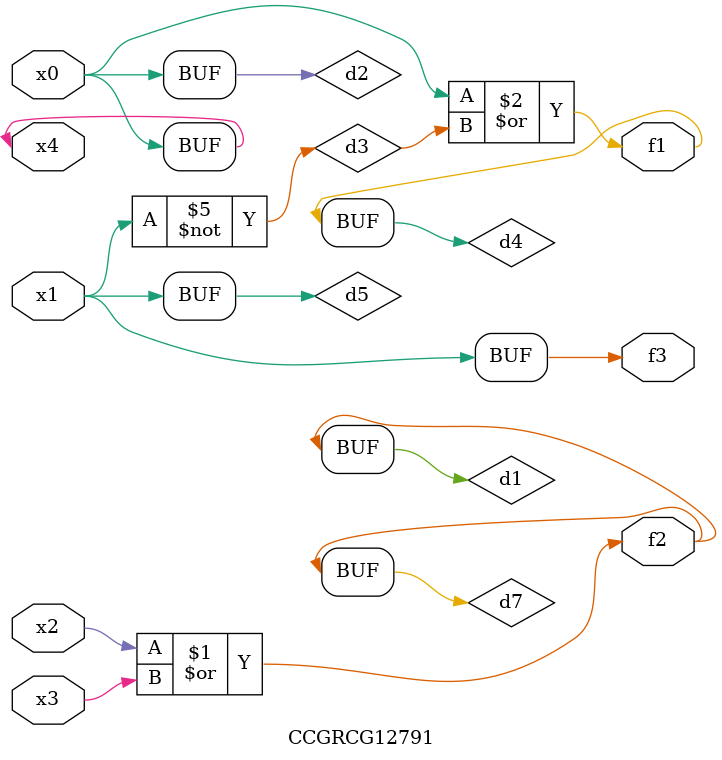
<source format=v>
module CCGRCG12791(
	input x0, x1, x2, x3, x4,
	output f1, f2, f3
);

	wire d1, d2, d3, d4, d5, d6, d7;

	or (d1, x2, x3);
	buf (d2, x0, x4);
	not (d3, x1);
	or (d4, d2, d3);
	not (d5, d3);
	nand (d6, d1, d3);
	or (d7, d1);
	assign f1 = d4;
	assign f2 = d7;
	assign f3 = d5;
endmodule

</source>
